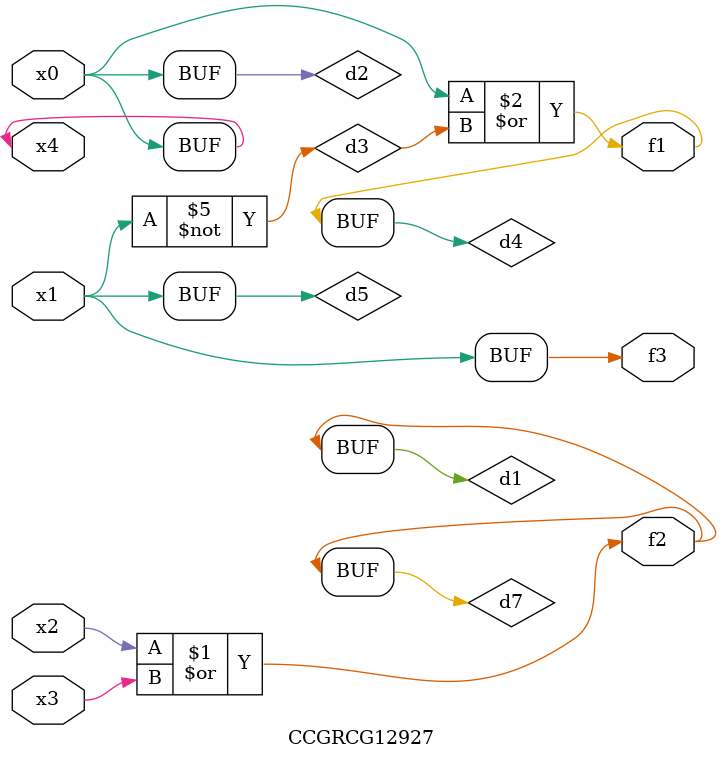
<source format=v>
module CCGRCG12927(
	input x0, x1, x2, x3, x4,
	output f1, f2, f3
);

	wire d1, d2, d3, d4, d5, d6, d7;

	or (d1, x2, x3);
	buf (d2, x0, x4);
	not (d3, x1);
	or (d4, d2, d3);
	not (d5, d3);
	nand (d6, d1, d3);
	or (d7, d1);
	assign f1 = d4;
	assign f2 = d7;
	assign f3 = d5;
endmodule

</source>
